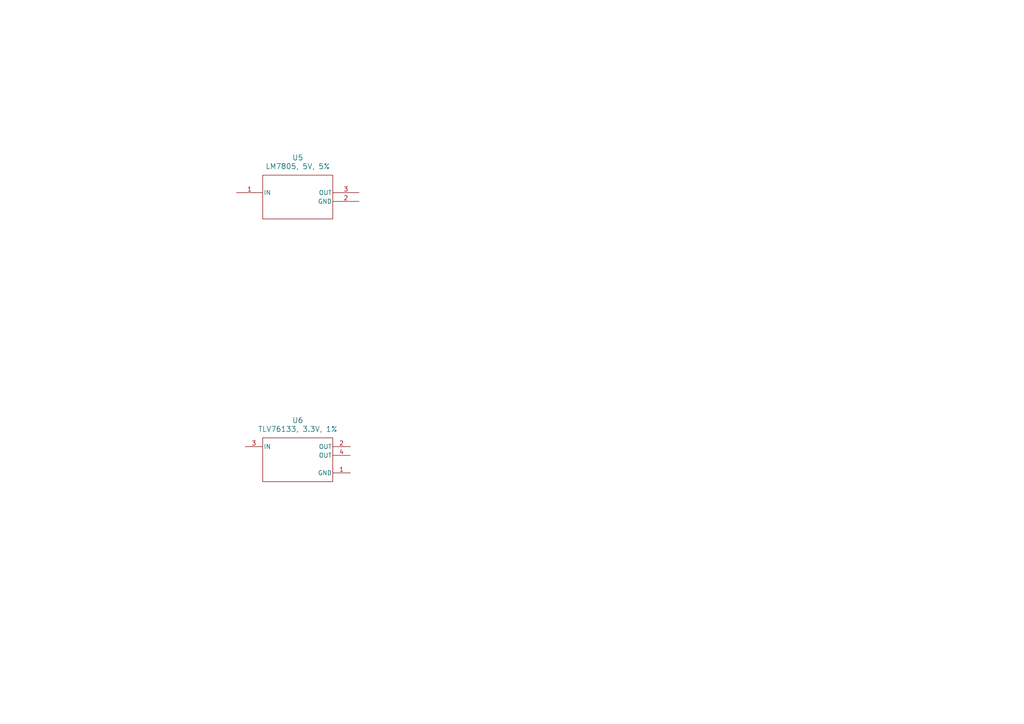
<source format=kicad_sch>
(kicad_sch (version 20250114) (generator "eeschema") (generator_version "9.0")
  (paper "A4")
  (lib_symbols
    (symbol "Vendor:LM78" (pin_names (offset 0.254))
      (property "Reference" "U" (at 18.034 9.652 0))
      (property "Value" "LM78" (at 18.034 7.112 0))
      (symbol "LM78_0_1"
        (rectangle (start 7.62 5.08) (end 27.94 -7.62))
        (pin power_in line (at 35.56 -2.54 180) (length 7.62) (name "GND") (number "2"))
      )
      (symbol "LM78_1_1"
        (pin input line (at 0 0 0) (length 7.62) (name "IN") (number "1"))
        (pin output line (at 35.56 0 180) (length 7.62) (name "OUT") (number "3"))
      )
    )
    (symbol "Vendor:TLV761" (pin_names (offset 0.254))
      (property "Reference" "U" (at 15.748 6.858 0))
      (property "Value" "TLV761" (at 15.748 4.318 0))
      (symbol "TLV761_0_1"
        (rectangle (start 5.08 2.54) (end 25.4 -10.16))
        (pin power_in line (at 0 0 0) (length 5.08) (name "IN") (number "3"))
        (pin power_in line (at 30.48 0 180) (length 5.08) (name "OUT") (number "2"))
        (pin power_in line (at 30.48 -2.54 180) (length 5.08) (name "OUT") (number "4"))
        (pin power_in line (at 30.48 -7.62 180) (length 5.08) (name "GND") (number "1"))
      )
    )
  )
  (symbol (lib_id "Vendor:TLV761") (at 71.12 129.54 0) (unit 1)
    (property "Reference" "U6" (at 86.36 121.92 0) (effects (font (size 1.524 1.524))))
    (property "Value" "TLV76133, 3.3V, 1%" (at 86.36 124.46 0) (effects (font (size 1.524 1.524))))
  )
  (symbol (lib_id "Vendor:LM78") (at 68.58 55.88 0) (unit 1)
    (property "Reference" "U5" (at 86.36 45.72 0) (effects (font (size 1.524 1.524))))
    (property "Value" "LM7805, 5V, 5%" (at 86.36 48.26 0) (effects (font (size 1.524 1.524))))
  )
)
</source>
